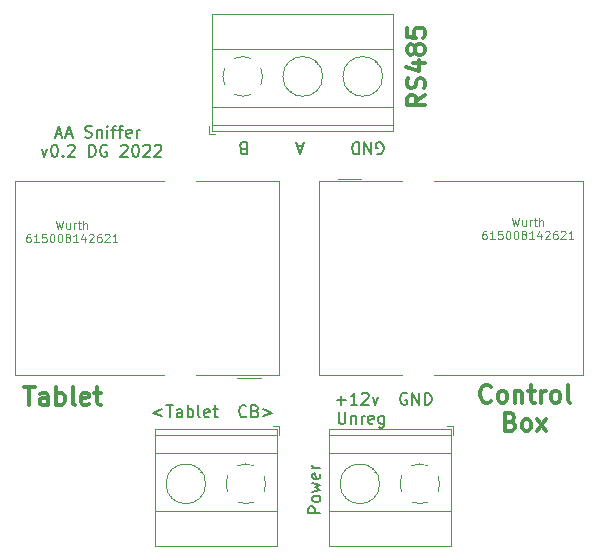
<source format=gbr>
%TF.GenerationSoftware,KiCad,Pcbnew,(6.0.5-0)*%
%TF.CreationDate,2024-08-31T21:20:10+10:00*%
%TF.ProjectId,AAInterceptor,4141496e-7465-4726-9365-70746f722e6b,rev?*%
%TF.SameCoordinates,Original*%
%TF.FileFunction,Legend,Top*%
%TF.FilePolarity,Positive*%
%FSLAX46Y46*%
G04 Gerber Fmt 4.6, Leading zero omitted, Abs format (unit mm)*
G04 Created by KiCad (PCBNEW (6.0.5-0)) date 2024-08-31 21:20:10*
%MOMM*%
%LPD*%
G01*
G04 APERTURE LIST*
%ADD10C,0.150000*%
%ADD11C,0.100000*%
%ADD12C,0.300000*%
%ADD13C,0.120000*%
G04 APERTURE END LIST*
D10*
X43886380Y-57856190D02*
X42886380Y-57856190D01*
X42886380Y-57475238D01*
X42934000Y-57380000D01*
X42981619Y-57332380D01*
X43076857Y-57284761D01*
X43219714Y-57284761D01*
X43314952Y-57332380D01*
X43362571Y-57380000D01*
X43410190Y-57475238D01*
X43410190Y-57856190D01*
X43886380Y-56713333D02*
X43838761Y-56808571D01*
X43791142Y-56856190D01*
X43695904Y-56903809D01*
X43410190Y-56903809D01*
X43314952Y-56856190D01*
X43267333Y-56808571D01*
X43219714Y-56713333D01*
X43219714Y-56570476D01*
X43267333Y-56475238D01*
X43314952Y-56427619D01*
X43410190Y-56380000D01*
X43695904Y-56380000D01*
X43791142Y-56427619D01*
X43838761Y-56475238D01*
X43886380Y-56570476D01*
X43886380Y-56713333D01*
X43219714Y-56046666D02*
X43886380Y-55856190D01*
X43410190Y-55665714D01*
X43886380Y-55475238D01*
X43219714Y-55284761D01*
X43838761Y-54522857D02*
X43886380Y-54618095D01*
X43886380Y-54808571D01*
X43838761Y-54903809D01*
X43743523Y-54951428D01*
X43362571Y-54951428D01*
X43267333Y-54903809D01*
X43219714Y-54808571D01*
X43219714Y-54618095D01*
X43267333Y-54522857D01*
X43362571Y-54475238D01*
X43457809Y-54475238D01*
X43553047Y-54951428D01*
X43886380Y-54046666D02*
X43219714Y-54046666D01*
X43410190Y-54046666D02*
X43314952Y-53999047D01*
X43267333Y-53951428D01*
X43219714Y-53856190D01*
X43219714Y-53760952D01*
X30536095Y-49061714D02*
X29774190Y-49347428D01*
X30536095Y-49633142D01*
X30869428Y-48728380D02*
X31440857Y-48728380D01*
X31155142Y-49728380D02*
X31155142Y-48728380D01*
X32202761Y-49728380D02*
X32202761Y-49204571D01*
X32155142Y-49109333D01*
X32059904Y-49061714D01*
X31869428Y-49061714D01*
X31774190Y-49109333D01*
X32202761Y-49680761D02*
X32107523Y-49728380D01*
X31869428Y-49728380D01*
X31774190Y-49680761D01*
X31726571Y-49585523D01*
X31726571Y-49490285D01*
X31774190Y-49395047D01*
X31869428Y-49347428D01*
X32107523Y-49347428D01*
X32202761Y-49299809D01*
X32678952Y-49728380D02*
X32678952Y-48728380D01*
X32678952Y-49109333D02*
X32774190Y-49061714D01*
X32964666Y-49061714D01*
X33059904Y-49109333D01*
X33107523Y-49156952D01*
X33155142Y-49252190D01*
X33155142Y-49537904D01*
X33107523Y-49633142D01*
X33059904Y-49680761D01*
X32964666Y-49728380D01*
X32774190Y-49728380D01*
X32678952Y-49680761D01*
X33726571Y-49728380D02*
X33631333Y-49680761D01*
X33583714Y-49585523D01*
X33583714Y-48728380D01*
X34488476Y-49680761D02*
X34393238Y-49728380D01*
X34202761Y-49728380D01*
X34107523Y-49680761D01*
X34059904Y-49585523D01*
X34059904Y-49204571D01*
X34107523Y-49109333D01*
X34202761Y-49061714D01*
X34393238Y-49061714D01*
X34488476Y-49109333D01*
X34536095Y-49204571D01*
X34536095Y-49299809D01*
X34059904Y-49395047D01*
X34821809Y-49061714D02*
X35202761Y-49061714D01*
X34964666Y-48728380D02*
X34964666Y-49585523D01*
X35012285Y-49680761D01*
X35107523Y-49728380D01*
X35202761Y-49728380D01*
X37631333Y-49633142D02*
X37583714Y-49680761D01*
X37440857Y-49728380D01*
X37345619Y-49728380D01*
X37202761Y-49680761D01*
X37107523Y-49585523D01*
X37059904Y-49490285D01*
X37012285Y-49299809D01*
X37012285Y-49156952D01*
X37059904Y-48966476D01*
X37107523Y-48871238D01*
X37202761Y-48776000D01*
X37345619Y-48728380D01*
X37440857Y-48728380D01*
X37583714Y-48776000D01*
X37631333Y-48823619D01*
X38393238Y-49204571D02*
X38536095Y-49252190D01*
X38583714Y-49299809D01*
X38631333Y-49395047D01*
X38631333Y-49537904D01*
X38583714Y-49633142D01*
X38536095Y-49680761D01*
X38440857Y-49728380D01*
X38059904Y-49728380D01*
X38059904Y-48728380D01*
X38393238Y-48728380D01*
X38488476Y-48776000D01*
X38536095Y-48823619D01*
X38583714Y-48918857D01*
X38583714Y-49014095D01*
X38536095Y-49109333D01*
X38488476Y-49156952D01*
X38393238Y-49204571D01*
X38059904Y-49204571D01*
X39059904Y-49061714D02*
X39821809Y-49347428D01*
X39059904Y-49633142D01*
D11*
X60118000Y-32835166D02*
X60284666Y-33535166D01*
X60418000Y-33035166D01*
X60551333Y-33535166D01*
X60718000Y-32835166D01*
X61284666Y-33068500D02*
X61284666Y-33535166D01*
X60984666Y-33068500D02*
X60984666Y-33435166D01*
X61018000Y-33501833D01*
X61084666Y-33535166D01*
X61184666Y-33535166D01*
X61251333Y-33501833D01*
X61284666Y-33468500D01*
X61618000Y-33535166D02*
X61618000Y-33068500D01*
X61618000Y-33201833D02*
X61651333Y-33135166D01*
X61684666Y-33101833D01*
X61751333Y-33068500D01*
X61818000Y-33068500D01*
X61951333Y-33068500D02*
X62218000Y-33068500D01*
X62051333Y-32835166D02*
X62051333Y-33435166D01*
X62084666Y-33501833D01*
X62151333Y-33535166D01*
X62218000Y-33535166D01*
X62451333Y-33535166D02*
X62451333Y-32835166D01*
X62751333Y-33535166D02*
X62751333Y-33168500D01*
X62718000Y-33101833D01*
X62651333Y-33068500D01*
X62551333Y-33068500D01*
X62484666Y-33101833D01*
X62451333Y-33135166D01*
X57934666Y-33962166D02*
X57801333Y-33962166D01*
X57734666Y-33995500D01*
X57701333Y-34028833D01*
X57634666Y-34128833D01*
X57601333Y-34262166D01*
X57601333Y-34528833D01*
X57634666Y-34595500D01*
X57668000Y-34628833D01*
X57734666Y-34662166D01*
X57868000Y-34662166D01*
X57934666Y-34628833D01*
X57968000Y-34595500D01*
X58001333Y-34528833D01*
X58001333Y-34362166D01*
X57968000Y-34295500D01*
X57934666Y-34262166D01*
X57868000Y-34228833D01*
X57734666Y-34228833D01*
X57668000Y-34262166D01*
X57634666Y-34295500D01*
X57601333Y-34362166D01*
X58668000Y-34662166D02*
X58268000Y-34662166D01*
X58468000Y-34662166D02*
X58468000Y-33962166D01*
X58401333Y-34062166D01*
X58334666Y-34128833D01*
X58268000Y-34162166D01*
X59301333Y-33962166D02*
X58968000Y-33962166D01*
X58934666Y-34295500D01*
X58968000Y-34262166D01*
X59034666Y-34228833D01*
X59201333Y-34228833D01*
X59268000Y-34262166D01*
X59301333Y-34295500D01*
X59334666Y-34362166D01*
X59334666Y-34528833D01*
X59301333Y-34595500D01*
X59268000Y-34628833D01*
X59201333Y-34662166D01*
X59034666Y-34662166D01*
X58968000Y-34628833D01*
X58934666Y-34595500D01*
X59768000Y-33962166D02*
X59834666Y-33962166D01*
X59901333Y-33995500D01*
X59934666Y-34028833D01*
X59968000Y-34095500D01*
X60001333Y-34228833D01*
X60001333Y-34395500D01*
X59968000Y-34528833D01*
X59934666Y-34595500D01*
X59901333Y-34628833D01*
X59834666Y-34662166D01*
X59768000Y-34662166D01*
X59701333Y-34628833D01*
X59668000Y-34595500D01*
X59634666Y-34528833D01*
X59601333Y-34395500D01*
X59601333Y-34228833D01*
X59634666Y-34095500D01*
X59668000Y-34028833D01*
X59701333Y-33995500D01*
X59768000Y-33962166D01*
X60434666Y-33962166D02*
X60501333Y-33962166D01*
X60568000Y-33995500D01*
X60601333Y-34028833D01*
X60634666Y-34095500D01*
X60668000Y-34228833D01*
X60668000Y-34395500D01*
X60634666Y-34528833D01*
X60601333Y-34595500D01*
X60568000Y-34628833D01*
X60501333Y-34662166D01*
X60434666Y-34662166D01*
X60368000Y-34628833D01*
X60334666Y-34595500D01*
X60301333Y-34528833D01*
X60268000Y-34395500D01*
X60268000Y-34228833D01*
X60301333Y-34095500D01*
X60334666Y-34028833D01*
X60368000Y-33995500D01*
X60434666Y-33962166D01*
X61068000Y-34262166D02*
X61001333Y-34228833D01*
X60968000Y-34195500D01*
X60934666Y-34128833D01*
X60934666Y-34095500D01*
X60968000Y-34028833D01*
X61001333Y-33995500D01*
X61068000Y-33962166D01*
X61201333Y-33962166D01*
X61268000Y-33995500D01*
X61301333Y-34028833D01*
X61334666Y-34095500D01*
X61334666Y-34128833D01*
X61301333Y-34195500D01*
X61268000Y-34228833D01*
X61201333Y-34262166D01*
X61068000Y-34262166D01*
X61001333Y-34295500D01*
X60968000Y-34328833D01*
X60934666Y-34395500D01*
X60934666Y-34528833D01*
X60968000Y-34595500D01*
X61001333Y-34628833D01*
X61068000Y-34662166D01*
X61201333Y-34662166D01*
X61268000Y-34628833D01*
X61301333Y-34595500D01*
X61334666Y-34528833D01*
X61334666Y-34395500D01*
X61301333Y-34328833D01*
X61268000Y-34295500D01*
X61201333Y-34262166D01*
X62001333Y-34662166D02*
X61601333Y-34662166D01*
X61801333Y-34662166D02*
X61801333Y-33962166D01*
X61734666Y-34062166D01*
X61668000Y-34128833D01*
X61601333Y-34162166D01*
X62601333Y-34195500D02*
X62601333Y-34662166D01*
X62434666Y-33928833D02*
X62268000Y-34428833D01*
X62701333Y-34428833D01*
X62934666Y-34028833D02*
X62968000Y-33995500D01*
X63034666Y-33962166D01*
X63201333Y-33962166D01*
X63268000Y-33995500D01*
X63301333Y-34028833D01*
X63334666Y-34095500D01*
X63334666Y-34162166D01*
X63301333Y-34262166D01*
X62901333Y-34662166D01*
X63334666Y-34662166D01*
X63934666Y-33962166D02*
X63801333Y-33962166D01*
X63734666Y-33995500D01*
X63701333Y-34028833D01*
X63634666Y-34128833D01*
X63601333Y-34262166D01*
X63601333Y-34528833D01*
X63634666Y-34595500D01*
X63668000Y-34628833D01*
X63734666Y-34662166D01*
X63868000Y-34662166D01*
X63934666Y-34628833D01*
X63968000Y-34595500D01*
X64001333Y-34528833D01*
X64001333Y-34362166D01*
X63968000Y-34295500D01*
X63934666Y-34262166D01*
X63868000Y-34228833D01*
X63734666Y-34228833D01*
X63668000Y-34262166D01*
X63634666Y-34295500D01*
X63601333Y-34362166D01*
X64268000Y-34028833D02*
X64301333Y-33995500D01*
X64368000Y-33962166D01*
X64534666Y-33962166D01*
X64601333Y-33995500D01*
X64634666Y-34028833D01*
X64668000Y-34095500D01*
X64668000Y-34162166D01*
X64634666Y-34262166D01*
X64234666Y-34662166D01*
X64668000Y-34662166D01*
X65334666Y-34662166D02*
X64934666Y-34662166D01*
X65134666Y-34662166D02*
X65134666Y-33962166D01*
X65068000Y-34062166D01*
X65001333Y-34128833D01*
X64934666Y-34162166D01*
D10*
X48680000Y-27424000D02*
X48775238Y-27471619D01*
X48918095Y-27471619D01*
X49060952Y-27424000D01*
X49156190Y-27328761D01*
X49203809Y-27233523D01*
X49251428Y-27043047D01*
X49251428Y-26900190D01*
X49203809Y-26709714D01*
X49156190Y-26614476D01*
X49060952Y-26519238D01*
X48918095Y-26471619D01*
X48822857Y-26471619D01*
X48680000Y-26519238D01*
X48632380Y-26566857D01*
X48632380Y-26900190D01*
X48822857Y-26900190D01*
X48203809Y-26471619D02*
X48203809Y-27471619D01*
X47632380Y-26471619D01*
X47632380Y-27471619D01*
X47156190Y-26471619D02*
X47156190Y-27471619D01*
X46918095Y-27471619D01*
X46775238Y-27424000D01*
X46680000Y-27328761D01*
X46632380Y-27233523D01*
X46584761Y-27043047D01*
X46584761Y-26900190D01*
X46632380Y-26709714D01*
X46680000Y-26614476D01*
X46775238Y-26519238D01*
X46918095Y-26471619D01*
X47156190Y-26471619D01*
X42394285Y-26757333D02*
X41918095Y-26757333D01*
X42489523Y-26471619D02*
X42156190Y-27471619D01*
X41822857Y-26471619D01*
X37346666Y-26995428D02*
X37203809Y-26947809D01*
X37156190Y-26900190D01*
X37108571Y-26804952D01*
X37108571Y-26662095D01*
X37156190Y-26566857D01*
X37203809Y-26519238D01*
X37299047Y-26471619D01*
X37680000Y-26471619D01*
X37680000Y-27471619D01*
X37346666Y-27471619D01*
X37251428Y-27424000D01*
X37203809Y-27376380D01*
X37156190Y-27281142D01*
X37156190Y-27185904D01*
X37203809Y-27090666D01*
X37251428Y-27043047D01*
X37346666Y-26995428D01*
X37680000Y-26995428D01*
D12*
X52748571Y-22458857D02*
X52034285Y-22958857D01*
X52748571Y-23316000D02*
X51248571Y-23316000D01*
X51248571Y-22744571D01*
X51320000Y-22601714D01*
X51391428Y-22530285D01*
X51534285Y-22458857D01*
X51748571Y-22458857D01*
X51891428Y-22530285D01*
X51962857Y-22601714D01*
X52034285Y-22744571D01*
X52034285Y-23316000D01*
X52677142Y-21887428D02*
X52748571Y-21673142D01*
X52748571Y-21316000D01*
X52677142Y-21173142D01*
X52605714Y-21101714D01*
X52462857Y-21030285D01*
X52320000Y-21030285D01*
X52177142Y-21101714D01*
X52105714Y-21173142D01*
X52034285Y-21316000D01*
X51962857Y-21601714D01*
X51891428Y-21744571D01*
X51820000Y-21816000D01*
X51677142Y-21887428D01*
X51534285Y-21887428D01*
X51391428Y-21816000D01*
X51320000Y-21744571D01*
X51248571Y-21601714D01*
X51248571Y-21244571D01*
X51320000Y-21030285D01*
X51748571Y-19744571D02*
X52748571Y-19744571D01*
X51177142Y-20101714D02*
X52248571Y-20458857D01*
X52248571Y-19530285D01*
X51891428Y-18744571D02*
X51820000Y-18887428D01*
X51748571Y-18958857D01*
X51605714Y-19030285D01*
X51534285Y-19030285D01*
X51391428Y-18958857D01*
X51320000Y-18887428D01*
X51248571Y-18744571D01*
X51248571Y-18458857D01*
X51320000Y-18316000D01*
X51391428Y-18244571D01*
X51534285Y-18173142D01*
X51605714Y-18173142D01*
X51748571Y-18244571D01*
X51820000Y-18316000D01*
X51891428Y-18458857D01*
X51891428Y-18744571D01*
X51962857Y-18887428D01*
X52034285Y-18958857D01*
X52177142Y-19030285D01*
X52462857Y-19030285D01*
X52605714Y-18958857D01*
X52677142Y-18887428D01*
X52748571Y-18744571D01*
X52748571Y-18458857D01*
X52677142Y-18316000D01*
X52605714Y-18244571D01*
X52462857Y-18173142D01*
X52177142Y-18173142D01*
X52034285Y-18244571D01*
X51962857Y-18316000D01*
X51891428Y-18458857D01*
X51248571Y-16816000D02*
X51248571Y-17530285D01*
X51962857Y-17601714D01*
X51891428Y-17530285D01*
X51820000Y-17387428D01*
X51820000Y-17030285D01*
X51891428Y-16887428D01*
X51962857Y-16816000D01*
X52105714Y-16744571D01*
X52462857Y-16744571D01*
X52605714Y-16816000D01*
X52677142Y-16887428D01*
X52748571Y-17030285D01*
X52748571Y-17387428D01*
X52677142Y-17530285D01*
X52605714Y-17601714D01*
D11*
X21510000Y-33089166D02*
X21676666Y-33789166D01*
X21810000Y-33289166D01*
X21943333Y-33789166D01*
X22110000Y-33089166D01*
X22676666Y-33322500D02*
X22676666Y-33789166D01*
X22376666Y-33322500D02*
X22376666Y-33689166D01*
X22410000Y-33755833D01*
X22476666Y-33789166D01*
X22576666Y-33789166D01*
X22643333Y-33755833D01*
X22676666Y-33722500D01*
X23010000Y-33789166D02*
X23010000Y-33322500D01*
X23010000Y-33455833D02*
X23043333Y-33389166D01*
X23076666Y-33355833D01*
X23143333Y-33322500D01*
X23210000Y-33322500D01*
X23343333Y-33322500D02*
X23610000Y-33322500D01*
X23443333Y-33089166D02*
X23443333Y-33689166D01*
X23476666Y-33755833D01*
X23543333Y-33789166D01*
X23610000Y-33789166D01*
X23843333Y-33789166D02*
X23843333Y-33089166D01*
X24143333Y-33789166D02*
X24143333Y-33422500D01*
X24110000Y-33355833D01*
X24043333Y-33322500D01*
X23943333Y-33322500D01*
X23876666Y-33355833D01*
X23843333Y-33389166D01*
X19326666Y-34216166D02*
X19193333Y-34216166D01*
X19126666Y-34249500D01*
X19093333Y-34282833D01*
X19026666Y-34382833D01*
X18993333Y-34516166D01*
X18993333Y-34782833D01*
X19026666Y-34849500D01*
X19060000Y-34882833D01*
X19126666Y-34916166D01*
X19260000Y-34916166D01*
X19326666Y-34882833D01*
X19360000Y-34849500D01*
X19393333Y-34782833D01*
X19393333Y-34616166D01*
X19360000Y-34549500D01*
X19326666Y-34516166D01*
X19260000Y-34482833D01*
X19126666Y-34482833D01*
X19060000Y-34516166D01*
X19026666Y-34549500D01*
X18993333Y-34616166D01*
X20060000Y-34916166D02*
X19660000Y-34916166D01*
X19860000Y-34916166D02*
X19860000Y-34216166D01*
X19793333Y-34316166D01*
X19726666Y-34382833D01*
X19660000Y-34416166D01*
X20693333Y-34216166D02*
X20360000Y-34216166D01*
X20326666Y-34549500D01*
X20360000Y-34516166D01*
X20426666Y-34482833D01*
X20593333Y-34482833D01*
X20660000Y-34516166D01*
X20693333Y-34549500D01*
X20726666Y-34616166D01*
X20726666Y-34782833D01*
X20693333Y-34849500D01*
X20660000Y-34882833D01*
X20593333Y-34916166D01*
X20426666Y-34916166D01*
X20360000Y-34882833D01*
X20326666Y-34849500D01*
X21160000Y-34216166D02*
X21226666Y-34216166D01*
X21293333Y-34249500D01*
X21326666Y-34282833D01*
X21360000Y-34349500D01*
X21393333Y-34482833D01*
X21393333Y-34649500D01*
X21360000Y-34782833D01*
X21326666Y-34849500D01*
X21293333Y-34882833D01*
X21226666Y-34916166D01*
X21160000Y-34916166D01*
X21093333Y-34882833D01*
X21060000Y-34849500D01*
X21026666Y-34782833D01*
X20993333Y-34649500D01*
X20993333Y-34482833D01*
X21026666Y-34349500D01*
X21060000Y-34282833D01*
X21093333Y-34249500D01*
X21160000Y-34216166D01*
X21826666Y-34216166D02*
X21893333Y-34216166D01*
X21960000Y-34249500D01*
X21993333Y-34282833D01*
X22026666Y-34349500D01*
X22060000Y-34482833D01*
X22060000Y-34649500D01*
X22026666Y-34782833D01*
X21993333Y-34849500D01*
X21960000Y-34882833D01*
X21893333Y-34916166D01*
X21826666Y-34916166D01*
X21760000Y-34882833D01*
X21726666Y-34849500D01*
X21693333Y-34782833D01*
X21660000Y-34649500D01*
X21660000Y-34482833D01*
X21693333Y-34349500D01*
X21726666Y-34282833D01*
X21760000Y-34249500D01*
X21826666Y-34216166D01*
X22460000Y-34516166D02*
X22393333Y-34482833D01*
X22360000Y-34449500D01*
X22326666Y-34382833D01*
X22326666Y-34349500D01*
X22360000Y-34282833D01*
X22393333Y-34249500D01*
X22460000Y-34216166D01*
X22593333Y-34216166D01*
X22660000Y-34249500D01*
X22693333Y-34282833D01*
X22726666Y-34349500D01*
X22726666Y-34382833D01*
X22693333Y-34449500D01*
X22660000Y-34482833D01*
X22593333Y-34516166D01*
X22460000Y-34516166D01*
X22393333Y-34549500D01*
X22360000Y-34582833D01*
X22326666Y-34649500D01*
X22326666Y-34782833D01*
X22360000Y-34849500D01*
X22393333Y-34882833D01*
X22460000Y-34916166D01*
X22593333Y-34916166D01*
X22660000Y-34882833D01*
X22693333Y-34849500D01*
X22726666Y-34782833D01*
X22726666Y-34649500D01*
X22693333Y-34582833D01*
X22660000Y-34549500D01*
X22593333Y-34516166D01*
X23393333Y-34916166D02*
X22993333Y-34916166D01*
X23193333Y-34916166D02*
X23193333Y-34216166D01*
X23126666Y-34316166D01*
X23060000Y-34382833D01*
X22993333Y-34416166D01*
X23993333Y-34449500D02*
X23993333Y-34916166D01*
X23826666Y-34182833D02*
X23660000Y-34682833D01*
X24093333Y-34682833D01*
X24326666Y-34282833D02*
X24360000Y-34249500D01*
X24426666Y-34216166D01*
X24593333Y-34216166D01*
X24660000Y-34249500D01*
X24693333Y-34282833D01*
X24726666Y-34349500D01*
X24726666Y-34416166D01*
X24693333Y-34516166D01*
X24293333Y-34916166D01*
X24726666Y-34916166D01*
X25326666Y-34216166D02*
X25193333Y-34216166D01*
X25126666Y-34249500D01*
X25093333Y-34282833D01*
X25026666Y-34382833D01*
X24993333Y-34516166D01*
X24993333Y-34782833D01*
X25026666Y-34849500D01*
X25060000Y-34882833D01*
X25126666Y-34916166D01*
X25260000Y-34916166D01*
X25326666Y-34882833D01*
X25360000Y-34849500D01*
X25393333Y-34782833D01*
X25393333Y-34616166D01*
X25360000Y-34549500D01*
X25326666Y-34516166D01*
X25260000Y-34482833D01*
X25126666Y-34482833D01*
X25060000Y-34516166D01*
X25026666Y-34549500D01*
X24993333Y-34616166D01*
X25660000Y-34282833D02*
X25693333Y-34249500D01*
X25760000Y-34216166D01*
X25926666Y-34216166D01*
X25993333Y-34249500D01*
X26026666Y-34282833D01*
X26060000Y-34349500D01*
X26060000Y-34416166D01*
X26026666Y-34516166D01*
X25626666Y-34916166D01*
X26060000Y-34916166D01*
X26726666Y-34916166D02*
X26326666Y-34916166D01*
X26526666Y-34916166D02*
X26526666Y-34216166D01*
X26460000Y-34316166D01*
X26393333Y-34382833D01*
X26326666Y-34416166D01*
D12*
X58356857Y-48350214D02*
X58285428Y-48421642D01*
X58071142Y-48493071D01*
X57928285Y-48493071D01*
X57714000Y-48421642D01*
X57571142Y-48278785D01*
X57499714Y-48135928D01*
X57428285Y-47850214D01*
X57428285Y-47635928D01*
X57499714Y-47350214D01*
X57571142Y-47207357D01*
X57714000Y-47064500D01*
X57928285Y-46993071D01*
X58071142Y-46993071D01*
X58285428Y-47064500D01*
X58356857Y-47135928D01*
X59214000Y-48493071D02*
X59071142Y-48421642D01*
X58999714Y-48350214D01*
X58928285Y-48207357D01*
X58928285Y-47778785D01*
X58999714Y-47635928D01*
X59071142Y-47564500D01*
X59214000Y-47493071D01*
X59428285Y-47493071D01*
X59571142Y-47564500D01*
X59642571Y-47635928D01*
X59714000Y-47778785D01*
X59714000Y-48207357D01*
X59642571Y-48350214D01*
X59571142Y-48421642D01*
X59428285Y-48493071D01*
X59214000Y-48493071D01*
X60356857Y-47493071D02*
X60356857Y-48493071D01*
X60356857Y-47635928D02*
X60428285Y-47564500D01*
X60571142Y-47493071D01*
X60785428Y-47493071D01*
X60928285Y-47564500D01*
X60999714Y-47707357D01*
X60999714Y-48493071D01*
X61499714Y-47493071D02*
X62071142Y-47493071D01*
X61714000Y-46993071D02*
X61714000Y-48278785D01*
X61785428Y-48421642D01*
X61928285Y-48493071D01*
X62071142Y-48493071D01*
X62571142Y-48493071D02*
X62571142Y-47493071D01*
X62571142Y-47778785D02*
X62642571Y-47635928D01*
X62714000Y-47564500D01*
X62856857Y-47493071D01*
X62999714Y-47493071D01*
X63714000Y-48493071D02*
X63571142Y-48421642D01*
X63499714Y-48350214D01*
X63428285Y-48207357D01*
X63428285Y-47778785D01*
X63499714Y-47635928D01*
X63571142Y-47564500D01*
X63714000Y-47493071D01*
X63928285Y-47493071D01*
X64071142Y-47564500D01*
X64142571Y-47635928D01*
X64214000Y-47778785D01*
X64214000Y-48207357D01*
X64142571Y-48350214D01*
X64071142Y-48421642D01*
X63928285Y-48493071D01*
X63714000Y-48493071D01*
X65071142Y-48493071D02*
X64928285Y-48421642D01*
X64856857Y-48278785D01*
X64856857Y-46993071D01*
X60035428Y-50122357D02*
X60249714Y-50193785D01*
X60321142Y-50265214D01*
X60392571Y-50408071D01*
X60392571Y-50622357D01*
X60321142Y-50765214D01*
X60249714Y-50836642D01*
X60106857Y-50908071D01*
X59535428Y-50908071D01*
X59535428Y-49408071D01*
X60035428Y-49408071D01*
X60178285Y-49479500D01*
X60249714Y-49550928D01*
X60321142Y-49693785D01*
X60321142Y-49836642D01*
X60249714Y-49979500D01*
X60178285Y-50050928D01*
X60035428Y-50122357D01*
X59535428Y-50122357D01*
X61249714Y-50908071D02*
X61106857Y-50836642D01*
X61035428Y-50765214D01*
X60964000Y-50622357D01*
X60964000Y-50193785D01*
X61035428Y-50050928D01*
X61106857Y-49979500D01*
X61249714Y-49908071D01*
X61464000Y-49908071D01*
X61606857Y-49979500D01*
X61678285Y-50050928D01*
X61749714Y-50193785D01*
X61749714Y-50622357D01*
X61678285Y-50765214D01*
X61606857Y-50836642D01*
X61464000Y-50908071D01*
X61249714Y-50908071D01*
X62249714Y-50908071D02*
X63035428Y-49908071D01*
X62249714Y-49908071D02*
X63035428Y-50908071D01*
D10*
X21495238Y-25777666D02*
X21971428Y-25777666D01*
X21400000Y-26063380D02*
X21733333Y-25063380D01*
X22066666Y-26063380D01*
X22352380Y-25777666D02*
X22828571Y-25777666D01*
X22257142Y-26063380D02*
X22590476Y-25063380D01*
X22923809Y-26063380D01*
X23971428Y-26015761D02*
X24114285Y-26063380D01*
X24352380Y-26063380D01*
X24447619Y-26015761D01*
X24495238Y-25968142D01*
X24542857Y-25872904D01*
X24542857Y-25777666D01*
X24495238Y-25682428D01*
X24447619Y-25634809D01*
X24352380Y-25587190D01*
X24161904Y-25539571D01*
X24066666Y-25491952D01*
X24019047Y-25444333D01*
X23971428Y-25349095D01*
X23971428Y-25253857D01*
X24019047Y-25158619D01*
X24066666Y-25111000D01*
X24161904Y-25063380D01*
X24400000Y-25063380D01*
X24542857Y-25111000D01*
X24971428Y-25396714D02*
X24971428Y-26063380D01*
X24971428Y-25491952D02*
X25019047Y-25444333D01*
X25114285Y-25396714D01*
X25257142Y-25396714D01*
X25352380Y-25444333D01*
X25400000Y-25539571D01*
X25400000Y-26063380D01*
X25876190Y-26063380D02*
X25876190Y-25396714D01*
X25876190Y-25063380D02*
X25828571Y-25111000D01*
X25876190Y-25158619D01*
X25923809Y-25111000D01*
X25876190Y-25063380D01*
X25876190Y-25158619D01*
X26209523Y-25396714D02*
X26590476Y-25396714D01*
X26352380Y-26063380D02*
X26352380Y-25206238D01*
X26400000Y-25111000D01*
X26495238Y-25063380D01*
X26590476Y-25063380D01*
X26780952Y-25396714D02*
X27161904Y-25396714D01*
X26923809Y-26063380D02*
X26923809Y-25206238D01*
X26971428Y-25111000D01*
X27066666Y-25063380D01*
X27161904Y-25063380D01*
X27876190Y-26015761D02*
X27780952Y-26063380D01*
X27590476Y-26063380D01*
X27495238Y-26015761D01*
X27447619Y-25920523D01*
X27447619Y-25539571D01*
X27495238Y-25444333D01*
X27590476Y-25396714D01*
X27780952Y-25396714D01*
X27876190Y-25444333D01*
X27923809Y-25539571D01*
X27923809Y-25634809D01*
X27447619Y-25730047D01*
X28352380Y-26063380D02*
X28352380Y-25396714D01*
X28352380Y-25587190D02*
X28400000Y-25491952D01*
X28447619Y-25444333D01*
X28542857Y-25396714D01*
X28638095Y-25396714D01*
X20304761Y-27006714D02*
X20542857Y-27673380D01*
X20780952Y-27006714D01*
X21352380Y-26673380D02*
X21447619Y-26673380D01*
X21542857Y-26721000D01*
X21590476Y-26768619D01*
X21638095Y-26863857D01*
X21685714Y-27054333D01*
X21685714Y-27292428D01*
X21638095Y-27482904D01*
X21590476Y-27578142D01*
X21542857Y-27625761D01*
X21447619Y-27673380D01*
X21352380Y-27673380D01*
X21257142Y-27625761D01*
X21209523Y-27578142D01*
X21161904Y-27482904D01*
X21114285Y-27292428D01*
X21114285Y-27054333D01*
X21161904Y-26863857D01*
X21209523Y-26768619D01*
X21257142Y-26721000D01*
X21352380Y-26673380D01*
X22114285Y-27578142D02*
X22161904Y-27625761D01*
X22114285Y-27673380D01*
X22066666Y-27625761D01*
X22114285Y-27578142D01*
X22114285Y-27673380D01*
X22542857Y-26768619D02*
X22590476Y-26721000D01*
X22685714Y-26673380D01*
X22923809Y-26673380D01*
X23019047Y-26721000D01*
X23066666Y-26768619D01*
X23114285Y-26863857D01*
X23114285Y-26959095D01*
X23066666Y-27101952D01*
X22495238Y-27673380D01*
X23114285Y-27673380D01*
X24304761Y-27673380D02*
X24304761Y-26673380D01*
X24542857Y-26673380D01*
X24685714Y-26721000D01*
X24780952Y-26816238D01*
X24828571Y-26911476D01*
X24876190Y-27101952D01*
X24876190Y-27244809D01*
X24828571Y-27435285D01*
X24780952Y-27530523D01*
X24685714Y-27625761D01*
X24542857Y-27673380D01*
X24304761Y-27673380D01*
X25828571Y-26721000D02*
X25733333Y-26673380D01*
X25590476Y-26673380D01*
X25447619Y-26721000D01*
X25352380Y-26816238D01*
X25304761Y-26911476D01*
X25257142Y-27101952D01*
X25257142Y-27244809D01*
X25304761Y-27435285D01*
X25352380Y-27530523D01*
X25447619Y-27625761D01*
X25590476Y-27673380D01*
X25685714Y-27673380D01*
X25828571Y-27625761D01*
X25876190Y-27578142D01*
X25876190Y-27244809D01*
X25685714Y-27244809D01*
X27019047Y-26768619D02*
X27066666Y-26721000D01*
X27161904Y-26673380D01*
X27400000Y-26673380D01*
X27495238Y-26721000D01*
X27542857Y-26768619D01*
X27590476Y-26863857D01*
X27590476Y-26959095D01*
X27542857Y-27101952D01*
X26971428Y-27673380D01*
X27590476Y-27673380D01*
X28209523Y-26673380D02*
X28304761Y-26673380D01*
X28400000Y-26721000D01*
X28447619Y-26768619D01*
X28495238Y-26863857D01*
X28542857Y-27054333D01*
X28542857Y-27292428D01*
X28495238Y-27482904D01*
X28447619Y-27578142D01*
X28400000Y-27625761D01*
X28304761Y-27673380D01*
X28209523Y-27673380D01*
X28114285Y-27625761D01*
X28066666Y-27578142D01*
X28019047Y-27482904D01*
X27971428Y-27292428D01*
X27971428Y-27054333D01*
X28019047Y-26863857D01*
X28066666Y-26768619D01*
X28114285Y-26721000D01*
X28209523Y-26673380D01*
X28923809Y-26768619D02*
X28971428Y-26721000D01*
X29066666Y-26673380D01*
X29304761Y-26673380D01*
X29400000Y-26721000D01*
X29447619Y-26768619D01*
X29495238Y-26863857D01*
X29495238Y-26959095D01*
X29447619Y-27101952D01*
X28876190Y-27673380D01*
X29495238Y-27673380D01*
X29876190Y-26768619D02*
X29923809Y-26721000D01*
X30019047Y-26673380D01*
X30257142Y-26673380D01*
X30352380Y-26721000D01*
X30400000Y-26768619D01*
X30447619Y-26863857D01*
X30447619Y-26959095D01*
X30400000Y-27101952D01*
X29828571Y-27673380D01*
X30447619Y-27673380D01*
X45276000Y-48288428D02*
X46037904Y-48288428D01*
X45656952Y-48669380D02*
X45656952Y-47907476D01*
X47037904Y-48669380D02*
X46466476Y-48669380D01*
X46752190Y-48669380D02*
X46752190Y-47669380D01*
X46656952Y-47812238D01*
X46561714Y-47907476D01*
X46466476Y-47955095D01*
X47418857Y-47764619D02*
X47466476Y-47717000D01*
X47561714Y-47669380D01*
X47799809Y-47669380D01*
X47895047Y-47717000D01*
X47942666Y-47764619D01*
X47990285Y-47859857D01*
X47990285Y-47955095D01*
X47942666Y-48097952D01*
X47371238Y-48669380D01*
X47990285Y-48669380D01*
X48323619Y-48002714D02*
X48561714Y-48669380D01*
X48799809Y-48002714D01*
X51228380Y-47717000D02*
X51133142Y-47669380D01*
X50990285Y-47669380D01*
X50847428Y-47717000D01*
X50752190Y-47812238D01*
X50704571Y-47907476D01*
X50656952Y-48097952D01*
X50656952Y-48240809D01*
X50704571Y-48431285D01*
X50752190Y-48526523D01*
X50847428Y-48621761D01*
X50990285Y-48669380D01*
X51085523Y-48669380D01*
X51228380Y-48621761D01*
X51276000Y-48574142D01*
X51276000Y-48240809D01*
X51085523Y-48240809D01*
X51704571Y-48669380D02*
X51704571Y-47669380D01*
X52276000Y-48669380D01*
X52276000Y-47669380D01*
X52752190Y-48669380D02*
X52752190Y-47669380D01*
X52990285Y-47669380D01*
X53133142Y-47717000D01*
X53228380Y-47812238D01*
X53276000Y-47907476D01*
X53323619Y-48097952D01*
X53323619Y-48240809D01*
X53276000Y-48431285D01*
X53228380Y-48526523D01*
X53133142Y-48621761D01*
X52990285Y-48669380D01*
X52752190Y-48669380D01*
X45442666Y-49279380D02*
X45442666Y-50088904D01*
X45490285Y-50184142D01*
X45537904Y-50231761D01*
X45633142Y-50279380D01*
X45823619Y-50279380D01*
X45918857Y-50231761D01*
X45966476Y-50184142D01*
X46014095Y-50088904D01*
X46014095Y-49279380D01*
X46490285Y-49612714D02*
X46490285Y-50279380D01*
X46490285Y-49707952D02*
X46537904Y-49660333D01*
X46633142Y-49612714D01*
X46776000Y-49612714D01*
X46871238Y-49660333D01*
X46918857Y-49755571D01*
X46918857Y-50279380D01*
X47395047Y-50279380D02*
X47395047Y-49612714D01*
X47395047Y-49803190D02*
X47442666Y-49707952D01*
X47490285Y-49660333D01*
X47585523Y-49612714D01*
X47680761Y-49612714D01*
X48395047Y-50231761D02*
X48299809Y-50279380D01*
X48109333Y-50279380D01*
X48014095Y-50231761D01*
X47966476Y-50136523D01*
X47966476Y-49755571D01*
X48014095Y-49660333D01*
X48109333Y-49612714D01*
X48299809Y-49612714D01*
X48395047Y-49660333D01*
X48442666Y-49755571D01*
X48442666Y-49850809D01*
X47966476Y-49946047D01*
X49299809Y-49612714D02*
X49299809Y-50422238D01*
X49252190Y-50517476D01*
X49204571Y-50565095D01*
X49109333Y-50612714D01*
X48966476Y-50612714D01*
X48871238Y-50565095D01*
X49299809Y-50231761D02*
X49204571Y-50279380D01*
X49014095Y-50279380D01*
X48918857Y-50231761D01*
X48871238Y-50184142D01*
X48823619Y-50088904D01*
X48823619Y-49803190D01*
X48871238Y-49707952D01*
X48918857Y-49660333D01*
X49014095Y-49612714D01*
X49204571Y-49612714D01*
X49299809Y-49660333D01*
D12*
X18848000Y-47184571D02*
X19705142Y-47184571D01*
X19276571Y-48684571D02*
X19276571Y-47184571D01*
X20848000Y-48684571D02*
X20848000Y-47898857D01*
X20776571Y-47756000D01*
X20633714Y-47684571D01*
X20348000Y-47684571D01*
X20205142Y-47756000D01*
X20848000Y-48613142D02*
X20705142Y-48684571D01*
X20348000Y-48684571D01*
X20205142Y-48613142D01*
X20133714Y-48470285D01*
X20133714Y-48327428D01*
X20205142Y-48184571D01*
X20348000Y-48113142D01*
X20705142Y-48113142D01*
X20848000Y-48041714D01*
X21562285Y-48684571D02*
X21562285Y-47184571D01*
X21562285Y-47756000D02*
X21705142Y-47684571D01*
X21990857Y-47684571D01*
X22133714Y-47756000D01*
X22205142Y-47827428D01*
X22276571Y-47970285D01*
X22276571Y-48398857D01*
X22205142Y-48541714D01*
X22133714Y-48613142D01*
X21990857Y-48684571D01*
X21705142Y-48684571D01*
X21562285Y-48613142D01*
X23133714Y-48684571D02*
X22990857Y-48613142D01*
X22919428Y-48470285D01*
X22919428Y-47184571D01*
X24276571Y-48613142D02*
X24133714Y-48684571D01*
X23848000Y-48684571D01*
X23705142Y-48613142D01*
X23633714Y-48470285D01*
X23633714Y-47898857D01*
X23705142Y-47756000D01*
X23848000Y-47684571D01*
X24133714Y-47684571D01*
X24276571Y-47756000D01*
X24348000Y-47898857D01*
X24348000Y-48041714D01*
X23633714Y-48184571D01*
X24776571Y-47684571D02*
X25348000Y-47684571D01*
X24990857Y-47184571D02*
X24990857Y-48470285D01*
X25062285Y-48613142D01*
X25205142Y-48684571D01*
X25348000Y-48684571D01*
D13*
%TO.C,J5*%
X40192000Y-60633000D02*
X40192000Y-50712000D01*
X40192000Y-52772000D02*
X29912000Y-52772000D01*
X29912000Y-60633000D02*
X29912000Y-50712000D01*
X40192000Y-50712000D02*
X29912000Y-50712000D01*
X40192000Y-57673000D02*
X29912000Y-57673000D01*
X31442000Y-56647000D02*
X31477000Y-56611000D01*
X33546000Y-54133000D02*
X33581000Y-54098000D01*
X33739000Y-54349000D02*
X33786000Y-54303000D01*
X40432000Y-51212000D02*
X40432000Y-50472000D01*
X40432000Y-50472000D02*
X39932000Y-50472000D01*
X31237000Y-56441000D02*
X31284000Y-56395000D01*
X40192000Y-60633000D02*
X29912000Y-60633000D01*
X40192000Y-51272000D02*
X29912000Y-51272000D01*
X36908000Y-56907000D02*
G75*
G03*
X38275042Y-56907427I684001J1534993D01*
G01*
X37592000Y-53692000D02*
G75*
G03*
X36908682Y-53837244I0J-1680000D01*
G01*
X39127000Y-56056000D02*
G75*
G03*
X39127427Y-54688958I-1534993J684001D01*
G01*
X36056999Y-54688000D02*
G75*
G03*
X36056573Y-56055042I1535001J-684000D01*
G01*
X38276000Y-53837000D02*
G75*
G03*
X37563195Y-53691747I-683999J-1535001D01*
G01*
X34192000Y-55372000D02*
G75*
G03*
X34192000Y-55372000I-1680000J0D01*
G01*
%TO.C,J4*%
X50093000Y-15618000D02*
X50093000Y-25539000D01*
X34733000Y-15618000D02*
X50093000Y-15618000D01*
X46266000Y-21902000D02*
X46219000Y-21948000D01*
X46459000Y-22118000D02*
X46424000Y-22153000D01*
X41186000Y-21902000D02*
X41139000Y-21948000D01*
X34733000Y-23479000D02*
X50093000Y-23479000D01*
X34733000Y-25539000D02*
X50093000Y-25539000D01*
X48768000Y-19810000D02*
X48721000Y-19856000D01*
X34733000Y-24979000D02*
X50093000Y-24979000D01*
X34733000Y-15618000D02*
X34733000Y-25539000D01*
X34493000Y-25039000D02*
X34493000Y-25779000D01*
X34733000Y-18578000D02*
X50093000Y-18578000D01*
X48563000Y-19604000D02*
X48528000Y-19640000D01*
X41379000Y-22118000D02*
X41344000Y-22153000D01*
X43688000Y-19810000D02*
X43641000Y-19856000D01*
X43483000Y-19604000D02*
X43448000Y-19640000D01*
X34493000Y-25779000D02*
X34993000Y-25779000D01*
X38868001Y-21563000D02*
G75*
G03*
X38868427Y-20195958I-1535001J684000D01*
G01*
X36649000Y-22414000D02*
G75*
G03*
X37361805Y-22559253I683999J1535001D01*
G01*
X37333000Y-22559000D02*
G75*
G03*
X38016318Y-22413756I0J1680000D01*
G01*
X35798000Y-20195000D02*
G75*
G03*
X35797573Y-21562042I1534993J-684001D01*
G01*
X38017000Y-19344000D02*
G75*
G03*
X36649958Y-19343573I-684001J-1534993D01*
G01*
X44093000Y-20879000D02*
G75*
G03*
X44093000Y-20879000I-1680000J0D01*
G01*
X49173000Y-20879000D02*
G75*
G03*
X49173000Y-20879000I-1680000J0D01*
G01*
%TO.C,J2*%
X46174000Y-56647000D02*
X46209000Y-56611000D01*
X48278000Y-54133000D02*
X48313000Y-54098000D01*
X54924000Y-60633000D02*
X54924000Y-50712000D01*
X54924000Y-51272000D02*
X44644000Y-51272000D01*
X48471000Y-54349000D02*
X48518000Y-54303000D01*
X54924000Y-57673000D02*
X44644000Y-57673000D01*
X45969000Y-56441000D02*
X46016000Y-56395000D01*
X44644000Y-60633000D02*
X44644000Y-50712000D01*
X54924000Y-52772000D02*
X44644000Y-52772000D01*
X55164000Y-50472000D02*
X54664000Y-50472000D01*
X54924000Y-50712000D02*
X44644000Y-50712000D01*
X54924000Y-60633000D02*
X44644000Y-60633000D01*
X55164000Y-51212000D02*
X55164000Y-50472000D01*
X53859000Y-56056000D02*
G75*
G03*
X53859427Y-54688958I-1534993J684001D01*
G01*
X52324000Y-53692000D02*
G75*
G03*
X51640682Y-53837244I0J-1680000D01*
G01*
X51640000Y-56907000D02*
G75*
G03*
X53007042Y-56907427I684001J1534993D01*
G01*
X53008000Y-53837000D02*
G75*
G03*
X52295195Y-53691747I-683999J-1535001D01*
G01*
X50788999Y-54688000D02*
G75*
G03*
X50788573Y-56055042I1535001J-684000D01*
G01*
X48924000Y-55372000D02*
G75*
G03*
X48924000Y-55372000I-1680000J0D01*
G01*
%TO.C,J3*%
X53565000Y-46183000D02*
X66155000Y-46183000D01*
X50825000Y-29763000D02*
X43815000Y-29763000D01*
X66155000Y-46183000D02*
X66155000Y-29763000D01*
X45355000Y-29528000D02*
X47355000Y-29528000D01*
X66155000Y-29763000D02*
X53565000Y-29763000D01*
X43815000Y-29763000D02*
X43815000Y-46183000D01*
X43815000Y-46183000D02*
X50825000Y-46183000D01*
%TO.C,J1*%
X18046000Y-46183000D02*
X30636000Y-46183000D01*
X40386000Y-29763000D02*
X33376000Y-29763000D01*
X18046000Y-29763000D02*
X18046000Y-46183000D01*
X40386000Y-46183000D02*
X40386000Y-29763000D01*
X38846000Y-46418000D02*
X36846000Y-46418000D01*
X30636000Y-29763000D02*
X18046000Y-29763000D01*
X33376000Y-46183000D02*
X40386000Y-46183000D01*
%TD*%
M02*

</source>
